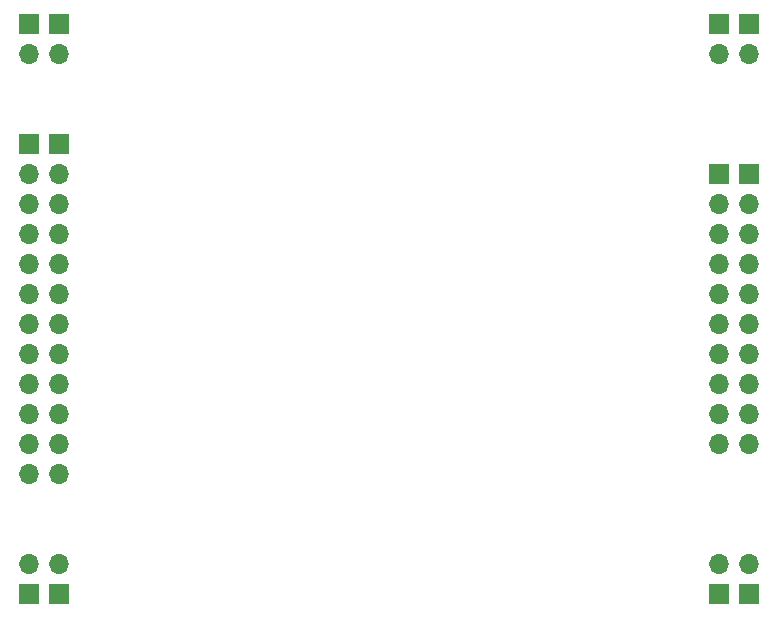
<source format=gbr>
%TF.GenerationSoftware,KiCad,Pcbnew,(6.0.5)*%
%TF.CreationDate,2022-08-08T19:51:32+02:00*%
%TF.ProjectId,Selector State,53656c65-6374-46f7-9220-53746174652e,rev?*%
%TF.SameCoordinates,Original*%
%TF.FileFunction,Soldermask,Bot*%
%TF.FilePolarity,Negative*%
%FSLAX46Y46*%
G04 Gerber Fmt 4.6, Leading zero omitted, Abs format (unit mm)*
G04 Created by KiCad (PCBNEW (6.0.5)) date 2022-08-08 19:51:32*
%MOMM*%
%LPD*%
G01*
G04 APERTURE LIST*
%ADD10R,1.700000X1.700000*%
%ADD11O,1.700000X1.700000*%
G04 APERTURE END LIST*
D10*
%TO.C,J12*%
X200660000Y-91440000D03*
D11*
X200660000Y-88900000D03*
%TD*%
D10*
%TO.C,J2*%
X142240000Y-53340000D03*
D11*
X142240000Y-55880000D03*
X142240000Y-58420000D03*
X142240000Y-60960000D03*
X142240000Y-63500000D03*
X142240000Y-66040000D03*
X142240000Y-68580000D03*
X142240000Y-71120000D03*
X142240000Y-73660000D03*
X142240000Y-76200000D03*
X142240000Y-78740000D03*
X142240000Y-81280000D03*
%TD*%
D10*
%TO.C,J6*%
X142240000Y-91440000D03*
D11*
X142240000Y-88900000D03*
%TD*%
D10*
%TO.C,J4*%
X142240000Y-43180000D03*
D11*
X142240000Y-45720000D03*
%TD*%
D10*
%TO.C,J3*%
X144780000Y-91440000D03*
D11*
X144780000Y-88900000D03*
%TD*%
D10*
%TO.C,J5*%
X144780000Y-53340000D03*
D11*
X144780000Y-55880000D03*
X144780000Y-58420000D03*
X144780000Y-60960000D03*
X144780000Y-63500000D03*
X144780000Y-66040000D03*
X144780000Y-68580000D03*
X144780000Y-71120000D03*
X144780000Y-73660000D03*
X144780000Y-76200000D03*
X144780000Y-78740000D03*
X144780000Y-81280000D03*
%TD*%
D10*
%TO.C,J10*%
X203200000Y-43180000D03*
D11*
X203200000Y-45720000D03*
%TD*%
D10*
%TO.C,J8*%
X200660000Y-55880000D03*
D11*
X200660000Y-58420000D03*
X200660000Y-60960000D03*
X200660000Y-63500000D03*
X200660000Y-66040000D03*
X200660000Y-68580000D03*
X200660000Y-71120000D03*
X200660000Y-73660000D03*
X200660000Y-76200000D03*
X200660000Y-78740000D03*
%TD*%
D10*
%TO.C,J1*%
X144780000Y-43180000D03*
D11*
X144780000Y-45720000D03*
%TD*%
D10*
%TO.C,J7*%
X200660000Y-43180000D03*
D11*
X200660000Y-45720000D03*
%TD*%
D10*
%TO.C,J11*%
X203200000Y-55880000D03*
D11*
X203200000Y-58420000D03*
X203200000Y-60960000D03*
X203200000Y-63500000D03*
X203200000Y-66040000D03*
X203200000Y-68580000D03*
X203200000Y-71120000D03*
X203200000Y-73660000D03*
X203200000Y-76200000D03*
X203200000Y-78740000D03*
%TD*%
D10*
%TO.C,J9*%
X203200000Y-91440000D03*
D11*
X203200000Y-88900000D03*
%TD*%
M02*

</source>
